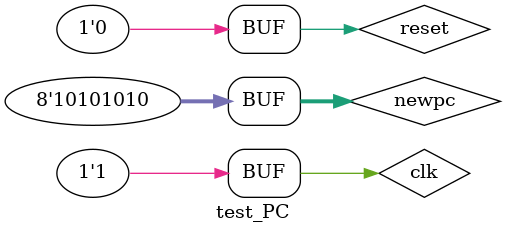
<source format=v>
`timescale 1ns / 1ps


module test_PC();
    reg clk;
    reg reset;
    reg [7:0] newpc;
    wire [7:0] pc;
    
    PC pc0(
        .clk(clk),
        .reset(reset),
        .newpc(newpc),
        .pc(pc)
        );
        
    parameter period=10;
    
    always begin
        clk=0;
        #(period/2);
        clk=1;
        #(period/2);
    end
    
    initial begin
        //initial
        clk=0;
        reset=0;
        newpc=8'h00;
        #period;
        //1
        reset=0;
        newpc=8'haa;
        #period;
        //2
        reset=0;
        newpc=8'hbb;
        #period;
        //3
        reset=1;
        newpc=8'hcc;
        #period;
        //4
        reset=0;
        newpc=8'hdd;
        #period;
        //5
        reset=0;
        newpc=8'hee;
        #period;
        //6
        reset=1;
        newpc=8'hff;
        #period;
        //7
        reset=0;
        newpc=8'haa;
    end
    
endmodule

</source>
